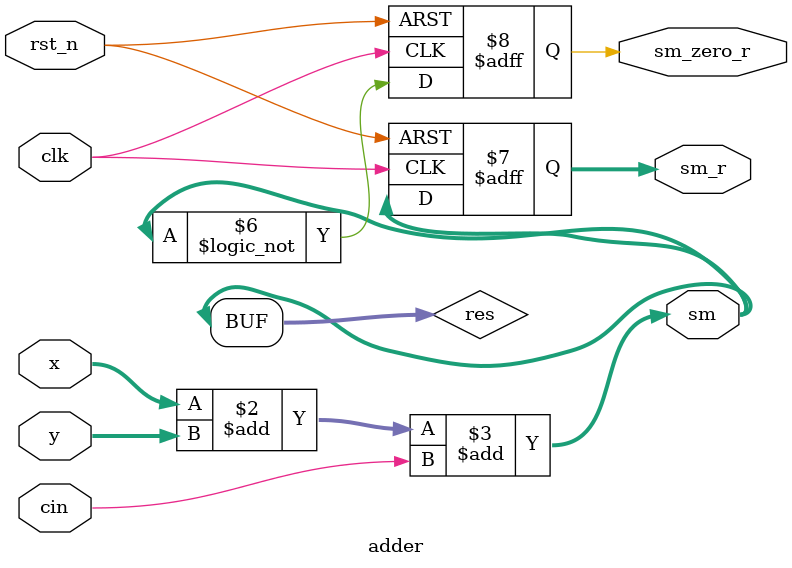
<source format=v>
module adder (
    input cin,
    input [7:0] x,
    input [7:0] y,
    output reg [8:0] sm,
    output reg [8:0] sm_r,
    output reg sm_zero_r,
    input clk,
    input rst_n
);

reg [8:0] res;

always @(*) begin : combo_logic
    res = x + y + cin;
    sm <= res;
end

always @(posedge clk or negedge rst_n) begin
    if (~rst_n) begin
        sm_r <= 0;
        sm_zero_r <= 0;
    end
    else begin : registering
        sm_r <= sm;
        sm_zero_r <= sm == 0;
    end
end

endmodule



</source>
